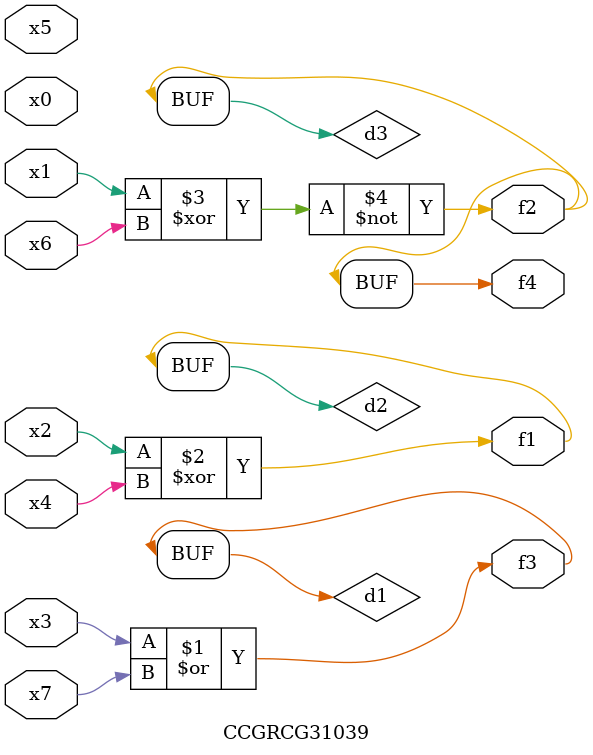
<source format=v>
module CCGRCG31039(
	input x0, x1, x2, x3, x4, x5, x6, x7,
	output f1, f2, f3, f4
);

	wire d1, d2, d3;

	or (d1, x3, x7);
	xor (d2, x2, x4);
	xnor (d3, x1, x6);
	assign f1 = d2;
	assign f2 = d3;
	assign f3 = d1;
	assign f4 = d3;
endmodule

</source>
